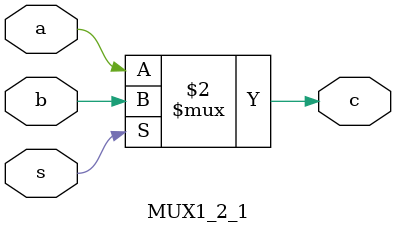
<source format=v>
module MUX1_2_1(a,b,s,c);
input a,b,s;
output c;
assign c=(s==0)?a:b;
endmodule


</source>
